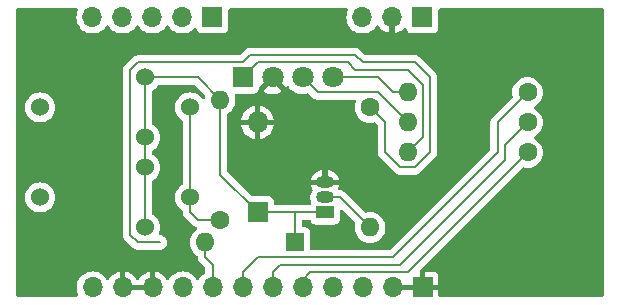
<source format=gbr>
%TF.GenerationSoftware,KiCad,Pcbnew,8.0.2*%
%TF.CreationDate,2024-06-05T00:37:09+02:00*%
%TF.ProjectId,tally_lanc,74616c6c-795f-46c6-916e-632e6b696361,rev?*%
%TF.SameCoordinates,Original*%
%TF.FileFunction,Copper,L2,Bot*%
%TF.FilePolarity,Positive*%
%FSLAX46Y46*%
G04 Gerber Fmt 4.6, Leading zero omitted, Abs format (unit mm)*
G04 Created by KiCad (PCBNEW 8.0.2) date 2024-06-05 00:37:09*
%MOMM*%
%LPD*%
G01*
G04 APERTURE LIST*
%TA.AperFunction,ComponentPad*%
%ADD10O,1.600000X1.600000*%
%TD*%
%TA.AperFunction,ComponentPad*%
%ADD11C,1.600000*%
%TD*%
%TA.AperFunction,ComponentPad*%
%ADD12R,1.500000X1.050000*%
%TD*%
%TA.AperFunction,ComponentPad*%
%ADD13O,1.500000X1.050000*%
%TD*%
%TA.AperFunction,ComponentPad*%
%ADD14C,1.524000*%
%TD*%
%TA.AperFunction,ComponentPad*%
%ADD15R,1.700000X1.700000*%
%TD*%
%TA.AperFunction,ComponentPad*%
%ADD16O,1.700000X1.700000*%
%TD*%
%TA.AperFunction,ComponentPad*%
%ADD17R,1.600000X1.600000*%
%TD*%
%TA.AperFunction,ComponentPad*%
%ADD18R,1.800000X1.800000*%
%TD*%
%TA.AperFunction,ComponentPad*%
%ADD19C,1.800000*%
%TD*%
%TA.AperFunction,ComponentPad*%
%ADD20O,1.800000X1.800000*%
%TD*%
%TA.AperFunction,Conductor*%
%ADD21C,0.200000*%
%TD*%
G04 APERTURE END LIST*
D10*
%TO.P,R3,2,-*%
%TO.N,Net-(D3-RA)*%
X102235000Y-90170000D03*
D11*
%TO.P,R3,1,+*%
%TO.N,/Rood*%
X112395000Y-90170000D03*
%TD*%
%TO.P,R2,1,+*%
%TO.N,/lanc_tx*%
X99060000Y-86360000D03*
D10*
%TO.P,R2,2,-*%
%TO.N,Net-(Q1-B)*%
X99060000Y-96520000D03*
%TD*%
D11*
%TO.P,R1,1,+*%
%TO.N,Net-(R1-+)*%
X86360000Y-95885000D03*
D10*
%TO.P,R1,2,-*%
%TO.N,Net-(D1-K)*%
X86360000Y-85725000D03*
%TD*%
D12*
%TO.P,Q1,1,C*%
%TO.N,Net-(D1-K)*%
X95250000Y-95250000D03*
D13*
%TO.P,Q1,2,B*%
%TO.N,Net-(Q1-B)*%
X95250000Y-93980000D03*
%TO.P,Q1,3,E*%
%TO.N,GND*%
X95250000Y-92710000D03*
%TD*%
D14*
%TO.P,J5,1*%
%TO.N,N/C*%
X71120000Y-93980000D03*
%TO.P,J5,2*%
X83820000Y-93980000D03*
%TO.P,J5,3*%
X80010000Y-96520000D03*
X80010000Y-91440000D03*
%TD*%
D15*
%TO.P,J2,1,Pin_1*%
%TO.N,unconnected-(J2-Pin_1-Pad1)*%
X103490000Y-78740000D03*
D16*
%TO.P,J2,2,Pin_2*%
%TO.N,GND*%
X100950000Y-78740000D03*
%TO.P,J2,3,Pin_3*%
%TO.N,unconnected-(J2-Pin_3-Pad3)*%
X98410000Y-78740000D03*
%TD*%
D15*
%TO.P,J1,1,Pin_1*%
%TO.N,unconnected-(J1-Pin_1-Pad1)*%
X85720000Y-78740000D03*
D16*
%TO.P,J1,2,Pin_2*%
%TO.N,unconnected-(J1-Pin_2-Pad2)*%
X83180000Y-78740000D03*
%TO.P,J1,3,Pin_3*%
%TO.N,unconnected-(J1-Pin_3-Pad3)*%
X80640000Y-78740000D03*
%TO.P,J1,4,Pin_4*%
%TO.N,unconnected-(J1-Pin_4-Pad4)*%
X78100000Y-78740000D03*
%TO.P,J1,5,Pin_5*%
%TO.N,unconnected-(J1-Pin_5-Pad5)*%
X75560000Y-78740000D03*
%TD*%
D17*
%TO.P,D2,1,K*%
%TO.N,Net-(D1-K)*%
X92710000Y-97790000D03*
D10*
%TO.P,D2,2,A*%
%TO.N,/lanc_rx*%
X85090000Y-97790000D03*
%TD*%
D18*
%TO.P,D3,1,RA*%
%TO.N,Net-(D3-RA)*%
X88265000Y-83820000D03*
D19*
%TO.P,D3,2,K*%
%TO.N,GND*%
X90805000Y-83820000D03*
%TO.P,D3,3,GA*%
%TO.N,Net-(D3-GA)*%
X93345000Y-83820000D03*
%TO.P,D3,4,BA*%
%TO.N,Net-(D3-BA)*%
X95885000Y-83820000D03*
%TD*%
D11*
%TO.P,R4,1,+*%
%TO.N,/Groen*%
X112395000Y-87630000D03*
D10*
%TO.P,R4,2,-*%
%TO.N,Net-(D3-GA)*%
X102235000Y-87630000D03*
%TD*%
D11*
%TO.P,R5,1,+*%
%TO.N,/Blauw*%
X112395000Y-85090000D03*
D10*
%TO.P,R5,2,-*%
%TO.N,Net-(D3-BA)*%
X102235000Y-85090000D03*
%TD*%
D18*
%TO.P,D1,1,K*%
%TO.N,Net-(D1-K)*%
X89535000Y-95250000D03*
D20*
%TO.P,D1,2,A*%
%TO.N,GND*%
X89535000Y-87630000D03*
%TD*%
D15*
%TO.P,J3,1,Pin_1*%
%TO.N,GND*%
X103505000Y-101600000D03*
D16*
%TO.P,J3,2,Pin_2*%
X100965000Y-101600000D03*
%TO.P,J3,3,Pin_3*%
%TO.N,unconnected-(J3-Pin_3-Pad3)*%
X98425000Y-101600000D03*
%TO.P,J3,4,Pin_4*%
%TO.N,unconnected-(J3-Pin_4-Pad4)*%
X95885000Y-101600000D03*
%TO.P,J3,5,Pin_5*%
%TO.N,/Rood*%
X93345000Y-101600000D03*
%TO.P,J3,6,Pin_6*%
%TO.N,/Groen*%
X90805000Y-101600000D03*
%TO.P,J3,7,Pin_7*%
%TO.N,/Blauw*%
X88265000Y-101600000D03*
%TO.P,J3,8,Pin_8*%
%TO.N,/lanc_rx*%
X85725000Y-101600000D03*
%TO.P,J3,9,Pin_9*%
%TO.N,/lanc_tx*%
X83185000Y-101600000D03*
%TO.P,J3,10,Pin_10*%
%TO.N,GND*%
X80645000Y-101600000D03*
%TO.P,J3,11,Pin_11*%
X78105000Y-101600000D03*
%TO.P,J3,12,Pin_12*%
%TO.N,unconnected-(J3-Pin_12-Pad12)*%
X75565000Y-101600000D03*
%TD*%
D14*
%TO.P,J4,1*%
%TO.N,N/C*%
X71120000Y-86360000D03*
%TO.P,J4,2*%
X83820000Y-86360000D03*
%TO.P,J4,3*%
X80010000Y-88900000D03*
X80010000Y-83820000D03*
%TD*%
D21*
%TO.N,/Blauw*%
X109855000Y-87630000D02*
X112395000Y-85090000D01*
X109855000Y-90170000D02*
X109855000Y-87630000D01*
X100965000Y-99060000D02*
X109855000Y-90170000D01*
X89535000Y-99060000D02*
X100965000Y-99060000D01*
X88265000Y-101600000D02*
X88265000Y-100330000D01*
X88265000Y-100330000D02*
X89535000Y-99060000D01*
%TO.N,/Groen*%
X110490000Y-90805000D02*
X110490000Y-89535000D01*
X91440000Y-99695000D02*
X101600000Y-99695000D01*
X90805000Y-100330000D02*
X91440000Y-99695000D01*
X90805000Y-101600000D02*
X90805000Y-100330000D01*
X101600000Y-99695000D02*
X110490000Y-90805000D01*
X110490000Y-89535000D02*
X112395000Y-87630000D01*
%TO.N,/Rood*%
X102235000Y-100330000D02*
X112395000Y-90170000D01*
X93980000Y-100330000D02*
X102235000Y-100330000D01*
X93345000Y-100965000D02*
X93980000Y-100330000D01*
X93345000Y-101600000D02*
X93345000Y-100965000D01*
%TO.N,Net-(D3-RA)*%
X103505000Y-84455000D02*
X103505000Y-88900000D01*
X103505000Y-88900000D02*
X102235000Y-90170000D01*
X89535000Y-82550000D02*
X97155000Y-82550000D01*
X97155000Y-82550000D02*
X97790000Y-83185000D01*
X88265000Y-83820000D02*
X89535000Y-82550000D01*
X97790000Y-83185000D02*
X102235000Y-83185000D01*
X102235000Y-83185000D02*
X103505000Y-84455000D01*
%TO.N,Net-(D3-BA)*%
X100965000Y-85090000D02*
X102235000Y-85090000D01*
X99695000Y-83820000D02*
X100965000Y-85090000D01*
X95885000Y-83820000D02*
X99695000Y-83820000D01*
%TO.N,Net-(D3-GA)*%
X94615000Y-85090000D02*
X93345000Y-83820000D01*
X99695000Y-85090000D02*
X94615000Y-85090000D01*
X102235000Y-87630000D02*
X99695000Y-85090000D01*
%TO.N,/lanc_rx*%
X85725000Y-99695000D02*
X85090000Y-99060000D01*
X85725000Y-101600000D02*
X85725000Y-99695000D01*
%TO.N,/lanc_tx*%
X100330000Y-87630000D02*
X99060000Y-86360000D01*
X101600000Y-91440000D02*
X100330000Y-90170000D01*
X100330000Y-90170000D02*
X100330000Y-87630000D01*
X102870000Y-91440000D02*
X101600000Y-91440000D01*
X104140000Y-90170000D02*
X102870000Y-91440000D01*
X104140000Y-83820000D02*
X104140000Y-90170000D01*
X102870000Y-82550000D02*
X104140000Y-83820000D01*
X97790000Y-81915000D02*
X98425000Y-82550000D01*
X98425000Y-82550000D02*
X102870000Y-82550000D01*
X88265000Y-82550000D02*
X88900000Y-81915000D01*
X79375000Y-82550000D02*
X88265000Y-82550000D01*
X78740000Y-83185000D02*
X79375000Y-82550000D01*
X79375000Y-97790000D02*
X78740000Y-97155000D01*
X88900000Y-81915000D02*
X97790000Y-81915000D01*
X81280000Y-97790000D02*
X79375000Y-97790000D01*
X78740000Y-97155000D02*
X78740000Y-83185000D01*
%TO.N,/lanc_rx*%
X85090000Y-99060000D02*
X85090000Y-97790000D01*
%TO.N,Net-(D1-K)*%
X89535000Y-95250000D02*
X95250000Y-95250000D01*
X86360000Y-92075000D02*
X89535000Y-95250000D01*
X86360000Y-85725000D02*
X86360000Y-92075000D01*
X95250000Y-95250000D02*
X92710000Y-95250000D01*
X92710000Y-97790000D02*
X92710000Y-95250000D01*
X84455000Y-83820000D02*
X83820000Y-83820000D01*
X86360000Y-85725000D02*
X84455000Y-83820000D01*
X80010000Y-83820000D02*
X83820000Y-83820000D01*
%TO.N,Net-(R1-+)*%
X84455000Y-95885000D02*
X86360000Y-95885000D01*
X83820000Y-95250000D02*
X84455000Y-95885000D01*
X83820000Y-95250000D02*
X83820000Y-93980000D01*
X83820000Y-93345000D02*
X83820000Y-95250000D01*
X83820000Y-93980000D02*
X83820000Y-93345000D01*
X86360000Y-95885000D02*
X86360000Y-96520000D01*
%TO.N,Net-(D1-K)*%
X92075000Y-98425000D02*
X93345000Y-98425000D01*
%TO.N,Net-(R1-+)*%
X83820000Y-93980000D02*
X83820000Y-86360000D01*
%TO.N,Net-(Q1-B)*%
X96520000Y-93980000D02*
X99060000Y-96520000D01*
X95250000Y-93980000D02*
X96520000Y-93980000D01*
%TO.N,Net-(D1-K)*%
X80010000Y-91440000D02*
X80010000Y-96520000D01*
X80010000Y-88900000D02*
X80010000Y-91440000D01*
X80010000Y-83820000D02*
X80010000Y-88900000D01*
%TD*%
%TA.AperFunction,Conductor*%
%TO.N,GND*%
G36*
X74301110Y-77990185D02*
G01*
X74346865Y-78042989D01*
X74356809Y-78112147D01*
X74346453Y-78146905D01*
X74286097Y-78276335D01*
X74286094Y-78276344D01*
X74224938Y-78504586D01*
X74224936Y-78504596D01*
X74204341Y-78739999D01*
X74204341Y-78740000D01*
X74224936Y-78975403D01*
X74224938Y-78975413D01*
X74286094Y-79203655D01*
X74286096Y-79203659D01*
X74286097Y-79203663D01*
X74366004Y-79375023D01*
X74385965Y-79417830D01*
X74385967Y-79417834D01*
X74494281Y-79572521D01*
X74521505Y-79611401D01*
X74688599Y-79778495D01*
X74785384Y-79846265D01*
X74882165Y-79914032D01*
X74882167Y-79914033D01*
X74882170Y-79914035D01*
X75096337Y-80013903D01*
X75324592Y-80075063D01*
X75501034Y-80090500D01*
X75559999Y-80095659D01*
X75560000Y-80095659D01*
X75560001Y-80095659D01*
X75618966Y-80090500D01*
X75795408Y-80075063D01*
X76023663Y-80013903D01*
X76237830Y-79914035D01*
X76431401Y-79778495D01*
X76598495Y-79611401D01*
X76728425Y-79425842D01*
X76783002Y-79382217D01*
X76852500Y-79375023D01*
X76914855Y-79406546D01*
X76931575Y-79425842D01*
X77061500Y-79611395D01*
X77061505Y-79611401D01*
X77228599Y-79778495D01*
X77325384Y-79846265D01*
X77422165Y-79914032D01*
X77422167Y-79914033D01*
X77422170Y-79914035D01*
X77636337Y-80013903D01*
X77864592Y-80075063D01*
X78041034Y-80090500D01*
X78099999Y-80095659D01*
X78100000Y-80095659D01*
X78100001Y-80095659D01*
X78158966Y-80090500D01*
X78335408Y-80075063D01*
X78563663Y-80013903D01*
X78777830Y-79914035D01*
X78971401Y-79778495D01*
X79138495Y-79611401D01*
X79268425Y-79425842D01*
X79323002Y-79382217D01*
X79392500Y-79375023D01*
X79454855Y-79406546D01*
X79471575Y-79425842D01*
X79601500Y-79611395D01*
X79601505Y-79611401D01*
X79768599Y-79778495D01*
X79865384Y-79846265D01*
X79962165Y-79914032D01*
X79962167Y-79914033D01*
X79962170Y-79914035D01*
X80176337Y-80013903D01*
X80404592Y-80075063D01*
X80581034Y-80090500D01*
X80639999Y-80095659D01*
X80640000Y-80095659D01*
X80640001Y-80095659D01*
X80698966Y-80090500D01*
X80875408Y-80075063D01*
X81103663Y-80013903D01*
X81317830Y-79914035D01*
X81511401Y-79778495D01*
X81678495Y-79611401D01*
X81808425Y-79425842D01*
X81863002Y-79382217D01*
X81932500Y-79375023D01*
X81994855Y-79406546D01*
X82011575Y-79425842D01*
X82141500Y-79611395D01*
X82141505Y-79611401D01*
X82308599Y-79778495D01*
X82405384Y-79846265D01*
X82502165Y-79914032D01*
X82502167Y-79914033D01*
X82502170Y-79914035D01*
X82716337Y-80013903D01*
X82944592Y-80075063D01*
X83121034Y-80090500D01*
X83179999Y-80095659D01*
X83180000Y-80095659D01*
X83180001Y-80095659D01*
X83238966Y-80090500D01*
X83415408Y-80075063D01*
X83643663Y-80013903D01*
X83857830Y-79914035D01*
X84051401Y-79778495D01*
X84173329Y-79656566D01*
X84234648Y-79623084D01*
X84304340Y-79628068D01*
X84360274Y-79669939D01*
X84377189Y-79700917D01*
X84426202Y-79832328D01*
X84426206Y-79832335D01*
X84512452Y-79947544D01*
X84512455Y-79947547D01*
X84627664Y-80033793D01*
X84627671Y-80033797D01*
X84762517Y-80084091D01*
X84762516Y-80084091D01*
X84769444Y-80084835D01*
X84822127Y-80090500D01*
X86617872Y-80090499D01*
X86677483Y-80084091D01*
X86812331Y-80033796D01*
X86927546Y-79947546D01*
X87013796Y-79832331D01*
X87064091Y-79697483D01*
X87070500Y-79637873D01*
X87070499Y-78094499D01*
X87090184Y-78027461D01*
X87142987Y-77981706D01*
X87194499Y-77970500D01*
X97084071Y-77970500D01*
X97151110Y-77990185D01*
X97196865Y-78042989D01*
X97206809Y-78112147D01*
X97196453Y-78146905D01*
X97136097Y-78276335D01*
X97136094Y-78276344D01*
X97074938Y-78504586D01*
X97074936Y-78504596D01*
X97054341Y-78739999D01*
X97054341Y-78740000D01*
X97074936Y-78975403D01*
X97074938Y-78975413D01*
X97136094Y-79203655D01*
X97136096Y-79203659D01*
X97136097Y-79203663D01*
X97216004Y-79375023D01*
X97235965Y-79417830D01*
X97235967Y-79417834D01*
X97344281Y-79572521D01*
X97371505Y-79611401D01*
X97538599Y-79778495D01*
X97635384Y-79846265D01*
X97732165Y-79914032D01*
X97732167Y-79914033D01*
X97732170Y-79914035D01*
X97946337Y-80013903D01*
X98174592Y-80075063D01*
X98351034Y-80090500D01*
X98409999Y-80095659D01*
X98410000Y-80095659D01*
X98410001Y-80095659D01*
X98468966Y-80090500D01*
X98645408Y-80075063D01*
X98873663Y-80013903D01*
X99087830Y-79914035D01*
X99281401Y-79778495D01*
X99448495Y-79611401D01*
X99578730Y-79425405D01*
X99633307Y-79381781D01*
X99702805Y-79374587D01*
X99765160Y-79406110D01*
X99781879Y-79425405D01*
X99911890Y-79611078D01*
X100078917Y-79778105D01*
X100272421Y-79913600D01*
X100486507Y-80013429D01*
X100486516Y-80013433D01*
X100700000Y-80070634D01*
X100700000Y-79173012D01*
X100757007Y-79205925D01*
X100884174Y-79240000D01*
X101015826Y-79240000D01*
X101142993Y-79205925D01*
X101200000Y-79173012D01*
X101200000Y-80070633D01*
X101413483Y-80013433D01*
X101413492Y-80013429D01*
X101627578Y-79913600D01*
X101821078Y-79778108D01*
X101943133Y-79656053D01*
X102004456Y-79622568D01*
X102074148Y-79627552D01*
X102130082Y-79669423D01*
X102146997Y-79700401D01*
X102196202Y-79832328D01*
X102196206Y-79832335D01*
X102282452Y-79947544D01*
X102282455Y-79947547D01*
X102397664Y-80033793D01*
X102397671Y-80033797D01*
X102532517Y-80084091D01*
X102532516Y-80084091D01*
X102539444Y-80084835D01*
X102592127Y-80090500D01*
X104387872Y-80090499D01*
X104447483Y-80084091D01*
X104582331Y-80033796D01*
X104697546Y-79947546D01*
X104783796Y-79832331D01*
X104834091Y-79697483D01*
X104840500Y-79637873D01*
X104840499Y-78094499D01*
X104860184Y-78027461D01*
X104912987Y-77981706D01*
X104964499Y-77970500D01*
X118755500Y-77970500D01*
X118822539Y-77990185D01*
X118868294Y-78042989D01*
X118879500Y-78094500D01*
X118879500Y-102245500D01*
X118859815Y-102312539D01*
X118807011Y-102358294D01*
X118755500Y-102369500D01*
X104979000Y-102369500D01*
X104911961Y-102349815D01*
X104866206Y-102297011D01*
X104855000Y-102245500D01*
X104855000Y-101850000D01*
X103938012Y-101850000D01*
X103970925Y-101792993D01*
X104005000Y-101665826D01*
X104005000Y-101534174D01*
X103970925Y-101407007D01*
X103938012Y-101350000D01*
X104855000Y-101350000D01*
X104855000Y-100702172D01*
X104854999Y-100702155D01*
X104848598Y-100642627D01*
X104848596Y-100642620D01*
X104798354Y-100507913D01*
X104798350Y-100507906D01*
X104712190Y-100392812D01*
X104712187Y-100392809D01*
X104597093Y-100306649D01*
X104597086Y-100306645D01*
X104462379Y-100256403D01*
X104462372Y-100256401D01*
X104402844Y-100250000D01*
X103755000Y-100250000D01*
X103755000Y-101166988D01*
X103697993Y-101134075D01*
X103570826Y-101100000D01*
X103439174Y-101100000D01*
X103312007Y-101134075D01*
X103255000Y-101166988D01*
X103255000Y-100210596D01*
X103274685Y-100143557D01*
X103291319Y-100122915D01*
X107340732Y-96073502D01*
X111952295Y-91461939D01*
X112013616Y-91428456D01*
X112072067Y-91429846D01*
X112168308Y-91455635D01*
X112330230Y-91469801D01*
X112394998Y-91475468D01*
X112395000Y-91475468D01*
X112395002Y-91475468D01*
X112451673Y-91470509D01*
X112621692Y-91455635D01*
X112841496Y-91396739D01*
X113047734Y-91300568D01*
X113234139Y-91170047D01*
X113395047Y-91009139D01*
X113525568Y-90822734D01*
X113621739Y-90616496D01*
X113680635Y-90396692D01*
X113700468Y-90170000D01*
X113680635Y-89943308D01*
X113621739Y-89723504D01*
X113525568Y-89517266D01*
X113395047Y-89330861D01*
X113395045Y-89330858D01*
X113234141Y-89169954D01*
X113047734Y-89039432D01*
X113047728Y-89039429D01*
X112989725Y-89012382D01*
X112937285Y-88966210D01*
X112918133Y-88899017D01*
X112938348Y-88832135D01*
X112989725Y-88787618D01*
X113047734Y-88760568D01*
X113234139Y-88630047D01*
X113395047Y-88469139D01*
X113525568Y-88282734D01*
X113621739Y-88076496D01*
X113680635Y-87856692D01*
X113700468Y-87630000D01*
X113680635Y-87403308D01*
X113621739Y-87183504D01*
X113525568Y-86977266D01*
X113395047Y-86790861D01*
X113395045Y-86790858D01*
X113234141Y-86629954D01*
X113047734Y-86499432D01*
X113047728Y-86499429D01*
X112989725Y-86472382D01*
X112937285Y-86426210D01*
X112918133Y-86359017D01*
X112938348Y-86292135D01*
X112989725Y-86247618D01*
X113047734Y-86220568D01*
X113234139Y-86090047D01*
X113395047Y-85929139D01*
X113525568Y-85742734D01*
X113621739Y-85536496D01*
X113680635Y-85316692D01*
X113700468Y-85090000D01*
X113699378Y-85077546D01*
X113684171Y-84903729D01*
X113680635Y-84863308D01*
X113621739Y-84643504D01*
X113525568Y-84437266D01*
X113395047Y-84250861D01*
X113395045Y-84250858D01*
X113234141Y-84089954D01*
X113047734Y-83959432D01*
X113047732Y-83959431D01*
X112841497Y-83863261D01*
X112841488Y-83863258D01*
X112621697Y-83804366D01*
X112621693Y-83804365D01*
X112621692Y-83804365D01*
X112621691Y-83804364D01*
X112621686Y-83804364D01*
X112395002Y-83784532D01*
X112394998Y-83784532D01*
X112168313Y-83804364D01*
X112168302Y-83804366D01*
X111948511Y-83863258D01*
X111948502Y-83863261D01*
X111742267Y-83959431D01*
X111742265Y-83959432D01*
X111555858Y-84089954D01*
X111394954Y-84250858D01*
X111264432Y-84437265D01*
X111264431Y-84437267D01*
X111168261Y-84643502D01*
X111168258Y-84643511D01*
X111109366Y-84863302D01*
X111109364Y-84863313D01*
X111089532Y-85089998D01*
X111089532Y-85090001D01*
X111109364Y-85316686D01*
X111109366Y-85316697D01*
X111135152Y-85412931D01*
X111133489Y-85482781D01*
X111103058Y-85532705D01*
X109486286Y-87149478D01*
X109374481Y-87261282D01*
X109374475Y-87261290D01*
X109334330Y-87330825D01*
X109334330Y-87330826D01*
X109295423Y-87398215D01*
X109254499Y-87550943D01*
X109254499Y-87550945D01*
X109254499Y-87719046D01*
X109254500Y-87719059D01*
X109254500Y-89869902D01*
X109234815Y-89936941D01*
X109218181Y-89957583D01*
X100752584Y-98423181D01*
X100691261Y-98456666D01*
X100664903Y-98459500D01*
X94134500Y-98459500D01*
X94067461Y-98439815D01*
X94021706Y-98387011D01*
X94010500Y-98335500D01*
X94010499Y-96942129D01*
X94010498Y-96942123D01*
X94010497Y-96942116D01*
X94004091Y-96882517D01*
X93969567Y-96789954D01*
X93953797Y-96747671D01*
X93953793Y-96747664D01*
X93867547Y-96632455D01*
X93867544Y-96632452D01*
X93752335Y-96546206D01*
X93752328Y-96546202D01*
X93617482Y-96495908D01*
X93617483Y-96495908D01*
X93557883Y-96489501D01*
X93557881Y-96489500D01*
X93557873Y-96489500D01*
X93557865Y-96489500D01*
X93434500Y-96489500D01*
X93367461Y-96469815D01*
X93321706Y-96417011D01*
X93310500Y-96365500D01*
X93310500Y-95974500D01*
X93330185Y-95907461D01*
X93382989Y-95861706D01*
X93434500Y-95850500D01*
X93907885Y-95850500D01*
X93974924Y-95870185D01*
X94020679Y-95922989D01*
X94024067Y-95931167D01*
X94056202Y-96017328D01*
X94056206Y-96017335D01*
X94142452Y-96132544D01*
X94142455Y-96132547D01*
X94257664Y-96218793D01*
X94257671Y-96218797D01*
X94392517Y-96269091D01*
X94392516Y-96269091D01*
X94399444Y-96269835D01*
X94452127Y-96275500D01*
X96047872Y-96275499D01*
X96107483Y-96269091D01*
X96242331Y-96218796D01*
X96357546Y-96132546D01*
X96443796Y-96017331D01*
X96494091Y-95882483D01*
X96500500Y-95822873D01*
X96500499Y-95109094D01*
X96520183Y-95042057D01*
X96572987Y-94996302D01*
X96642146Y-94986358D01*
X96705702Y-95015383D01*
X96712180Y-95021415D01*
X97768058Y-96077293D01*
X97801543Y-96138616D01*
X97800152Y-96197067D01*
X97774366Y-96293302D01*
X97774364Y-96293313D01*
X97754532Y-96519998D01*
X97754532Y-96520001D01*
X97774364Y-96746686D01*
X97774366Y-96746697D01*
X97833258Y-96966488D01*
X97833261Y-96966497D01*
X97929431Y-97172732D01*
X97929432Y-97172734D01*
X98059954Y-97359141D01*
X98220858Y-97520045D01*
X98220861Y-97520047D01*
X98407266Y-97650568D01*
X98613504Y-97746739D01*
X98833308Y-97805635D01*
X98995230Y-97819801D01*
X99059998Y-97825468D01*
X99060000Y-97825468D01*
X99060002Y-97825468D01*
X99116673Y-97820509D01*
X99286692Y-97805635D01*
X99506496Y-97746739D01*
X99712734Y-97650568D01*
X99899139Y-97520047D01*
X100060047Y-97359139D01*
X100190568Y-97172734D01*
X100286739Y-96966496D01*
X100345635Y-96746692D01*
X100363176Y-96546202D01*
X100365468Y-96520001D01*
X100365468Y-96519998D01*
X100351953Y-96365524D01*
X100345635Y-96293308D01*
X100286739Y-96073504D01*
X100190568Y-95867266D01*
X100060047Y-95680861D01*
X100060045Y-95680858D01*
X99899141Y-95519954D01*
X99712734Y-95389432D01*
X99712732Y-95389431D01*
X99506497Y-95293261D01*
X99506488Y-95293258D01*
X99286697Y-95234366D01*
X99286693Y-95234365D01*
X99286692Y-95234365D01*
X99286691Y-95234364D01*
X99286686Y-95234364D01*
X99060002Y-95214532D01*
X99059998Y-95214532D01*
X98833313Y-95234364D01*
X98833302Y-95234366D01*
X98737067Y-95260152D01*
X98667217Y-95258489D01*
X98617293Y-95228058D01*
X97007590Y-93618355D01*
X97007588Y-93618352D01*
X96888717Y-93499481D01*
X96888716Y-93499480D01*
X96801904Y-93449360D01*
X96801904Y-93449359D01*
X96801900Y-93449358D01*
X96751785Y-93420423D01*
X96599057Y-93379499D01*
X96491887Y-93379499D01*
X96424848Y-93359814D01*
X96379093Y-93307010D01*
X96369149Y-93237852D01*
X96381162Y-93201211D01*
X96381013Y-93201149D01*
X96381828Y-93199179D01*
X96382528Y-93197047D01*
X96383345Y-93195516D01*
X96460609Y-93008983D01*
X96460612Y-93008974D01*
X96470353Y-92960000D01*
X95615866Y-92960000D01*
X95591674Y-92957617D01*
X95576004Y-92954500D01*
X95576003Y-92954500D01*
X95535830Y-92954500D01*
X95550075Y-92940255D01*
X95599444Y-92854745D01*
X95625000Y-92759370D01*
X95625000Y-92660630D01*
X95599444Y-92565255D01*
X95550075Y-92479745D01*
X95530330Y-92460000D01*
X96470353Y-92460000D01*
X96460612Y-92411025D01*
X96460609Y-92411016D01*
X96383347Y-92224486D01*
X96383340Y-92224473D01*
X96271170Y-92056600D01*
X96271167Y-92056596D01*
X96128403Y-91913832D01*
X96128399Y-91913829D01*
X95960526Y-91801659D01*
X95960513Y-91801652D01*
X95773983Y-91724390D01*
X95773974Y-91724387D01*
X95575958Y-91685000D01*
X95500000Y-91685000D01*
X95500000Y-92429670D01*
X95480255Y-92409925D01*
X95394745Y-92360556D01*
X95299370Y-92335000D01*
X95200630Y-92335000D01*
X95105255Y-92360556D01*
X95019745Y-92409925D01*
X95000000Y-92429670D01*
X95000000Y-91685000D01*
X94924041Y-91685000D01*
X94726025Y-91724387D01*
X94726016Y-91724390D01*
X94539486Y-91801652D01*
X94539473Y-91801659D01*
X94371600Y-91913829D01*
X94371596Y-91913832D01*
X94228832Y-92056596D01*
X94228829Y-92056600D01*
X94116659Y-92224473D01*
X94116652Y-92224486D01*
X94039390Y-92411016D01*
X94039387Y-92411025D01*
X94029647Y-92460000D01*
X94969670Y-92460000D01*
X94949925Y-92479745D01*
X94900556Y-92565255D01*
X94875000Y-92660630D01*
X94875000Y-92759370D01*
X94900556Y-92854745D01*
X94949925Y-92940255D01*
X94964170Y-92954500D01*
X94923997Y-92954500D01*
X94923996Y-92954500D01*
X94908326Y-92957617D01*
X94884134Y-92960000D01*
X94029647Y-92960000D01*
X94039387Y-93008974D01*
X94039390Y-93008983D01*
X94116652Y-93195513D01*
X94116659Y-93195526D01*
X94170203Y-93275659D01*
X94191081Y-93342336D01*
X94172597Y-93409716D01*
X94170204Y-93413439D01*
X94116214Y-93494243D01*
X94038909Y-93680872D01*
X94038907Y-93680880D01*
X93999500Y-93878992D01*
X93999500Y-94081007D01*
X94038907Y-94279119D01*
X94038909Y-94279127D01*
X94072325Y-94359800D01*
X94079794Y-94429270D01*
X94060038Y-94474660D01*
X94060454Y-94474887D01*
X94057919Y-94479528D01*
X94057037Y-94481556D01*
X94056206Y-94482665D01*
X94056202Y-94482672D01*
X94024067Y-94568833D01*
X93982196Y-94624767D01*
X93916732Y-94649184D01*
X93907885Y-94649500D01*
X91059499Y-94649500D01*
X90992460Y-94629815D01*
X90946705Y-94577011D01*
X90935499Y-94525500D01*
X90935499Y-94302129D01*
X90935498Y-94302123D01*
X90933025Y-94279119D01*
X90929091Y-94242517D01*
X90913259Y-94200070D01*
X90878797Y-94107671D01*
X90878793Y-94107664D01*
X90792547Y-93992455D01*
X90792544Y-93992452D01*
X90677335Y-93906206D01*
X90677328Y-93906202D01*
X90542482Y-93855908D01*
X90542483Y-93855908D01*
X90482883Y-93849501D01*
X90482881Y-93849500D01*
X90482873Y-93849500D01*
X90482865Y-93849500D01*
X89035097Y-93849500D01*
X88968058Y-93829815D01*
X88947416Y-93813181D01*
X86996819Y-91862584D01*
X86963334Y-91801261D01*
X86960500Y-91774903D01*
X86960500Y-87380000D01*
X88154117Y-87380000D01*
X89159722Y-87380000D01*
X89115667Y-87456306D01*
X89085000Y-87570756D01*
X89085000Y-87689244D01*
X89115667Y-87803694D01*
X89159722Y-87880000D01*
X88154117Y-87880000D01*
X88206317Y-88086135D01*
X88299516Y-88298609D01*
X88426414Y-88492842D01*
X88583558Y-88663545D01*
X88583562Y-88663548D01*
X88766644Y-88806047D01*
X88766648Y-88806050D01*
X88970697Y-88916476D01*
X88970706Y-88916479D01*
X89190139Y-88991811D01*
X89284999Y-89007640D01*
X89285000Y-89007639D01*
X89285000Y-88005277D01*
X89361306Y-88049333D01*
X89475756Y-88080000D01*
X89594244Y-88080000D01*
X89708694Y-88049333D01*
X89785000Y-88005277D01*
X89785000Y-89007640D01*
X89879860Y-88991811D01*
X90099293Y-88916479D01*
X90099302Y-88916476D01*
X90303351Y-88806050D01*
X90303355Y-88806047D01*
X90486437Y-88663548D01*
X90486441Y-88663545D01*
X90643585Y-88492842D01*
X90770483Y-88298609D01*
X90863682Y-88086135D01*
X90915883Y-87880000D01*
X89910278Y-87880000D01*
X89954333Y-87803694D01*
X89985000Y-87689244D01*
X89985000Y-87570756D01*
X89954333Y-87456306D01*
X89910278Y-87380000D01*
X90915883Y-87380000D01*
X90863682Y-87173864D01*
X90770483Y-86961390D01*
X90643585Y-86767157D01*
X90486441Y-86596454D01*
X90486437Y-86596451D01*
X90303355Y-86453952D01*
X90303351Y-86453949D01*
X90099302Y-86343523D01*
X90099293Y-86343520D01*
X89879861Y-86268188D01*
X89785000Y-86252359D01*
X89785000Y-87254722D01*
X89708694Y-87210667D01*
X89594244Y-87180000D01*
X89475756Y-87180000D01*
X89361306Y-87210667D01*
X89285000Y-87254722D01*
X89285000Y-86252359D01*
X89284999Y-86252359D01*
X89190138Y-86268188D01*
X88970706Y-86343520D01*
X88970697Y-86343523D01*
X88766648Y-86453949D01*
X88766644Y-86453952D01*
X88583562Y-86596451D01*
X88583558Y-86596454D01*
X88426414Y-86767157D01*
X88299516Y-86961390D01*
X88206317Y-87173864D01*
X88154117Y-87380000D01*
X86960500Y-87380000D01*
X86960500Y-86956692D01*
X86980185Y-86889653D01*
X87013374Y-86855119D01*
X87199139Y-86725047D01*
X87360047Y-86564139D01*
X87490568Y-86377734D01*
X87586739Y-86171496D01*
X87645635Y-85951692D01*
X87662634Y-85757384D01*
X87665468Y-85725001D01*
X87665468Y-85724998D01*
X87656338Y-85620641D01*
X87645635Y-85498308D01*
X87631842Y-85446833D01*
X87613022Y-85376592D01*
X87614685Y-85306742D01*
X87653848Y-85248880D01*
X87718077Y-85221376D01*
X87732797Y-85220499D01*
X89212871Y-85220499D01*
X89212872Y-85220499D01*
X89272483Y-85214091D01*
X89407331Y-85163796D01*
X89522546Y-85077546D01*
X89608796Y-84962331D01*
X89659091Y-84827483D01*
X89665500Y-84767873D01*
X89665499Y-84657304D01*
X89685183Y-84590268D01*
X89701818Y-84569626D01*
X90362861Y-83908583D01*
X90385667Y-83993694D01*
X90444910Y-84096306D01*
X90528694Y-84180090D01*
X90631306Y-84239333D01*
X90716414Y-84262138D01*
X90006201Y-84972351D01*
X90036649Y-84996050D01*
X90240697Y-85106476D01*
X90240706Y-85106479D01*
X90460139Y-85181811D01*
X90688993Y-85220000D01*
X90921007Y-85220000D01*
X91149860Y-85181811D01*
X91369293Y-85106479D01*
X91369301Y-85106476D01*
X91573355Y-84996047D01*
X91603797Y-84972351D01*
X91603798Y-84972350D01*
X90893585Y-84262137D01*
X90978694Y-84239333D01*
X91081306Y-84180090D01*
X91165090Y-84096306D01*
X91224333Y-83993694D01*
X91247138Y-83908585D01*
X91956185Y-84617632D01*
X91970891Y-84595125D01*
X92024037Y-84549768D01*
X92093268Y-84540344D01*
X92156604Y-84569846D01*
X92178509Y-84595124D01*
X92219135Y-84657308D01*
X92236021Y-84683153D01*
X92393216Y-84853913D01*
X92393219Y-84853915D01*
X92393222Y-84853918D01*
X92576365Y-84996464D01*
X92576371Y-84996468D01*
X92576374Y-84996470D01*
X92592698Y-85005304D01*
X92779652Y-85106479D01*
X92780497Y-85106936D01*
X92894487Y-85146068D01*
X93000015Y-85182297D01*
X93000017Y-85182297D01*
X93000019Y-85182298D01*
X93228951Y-85220500D01*
X93228952Y-85220500D01*
X93461048Y-85220500D01*
X93461049Y-85220500D01*
X93689981Y-85182298D01*
X93741897Y-85164474D01*
X93811693Y-85161324D01*
X93869840Y-85194075D01*
X94130139Y-85454374D01*
X94130149Y-85454385D01*
X94134479Y-85458715D01*
X94134480Y-85458716D01*
X94246284Y-85570520D01*
X94333095Y-85620639D01*
X94333097Y-85620641D01*
X94360032Y-85636192D01*
X94383215Y-85649577D01*
X94535942Y-85690500D01*
X94535943Y-85690500D01*
X97742609Y-85690500D01*
X97809648Y-85710185D01*
X97855403Y-85762989D01*
X97865347Y-85832147D01*
X97854991Y-85866905D01*
X97833261Y-85913502D01*
X97833258Y-85913511D01*
X97774366Y-86133302D01*
X97774364Y-86133313D01*
X97754532Y-86359998D01*
X97754532Y-86360001D01*
X97774364Y-86586686D01*
X97774366Y-86586697D01*
X97833258Y-86806488D01*
X97833261Y-86806497D01*
X97929431Y-87012732D01*
X97929432Y-87012734D01*
X98059954Y-87199141D01*
X98220858Y-87360045D01*
X98220861Y-87360047D01*
X98407266Y-87490568D01*
X98613504Y-87586739D01*
X98833308Y-87645635D01*
X98995230Y-87659801D01*
X99059998Y-87665468D01*
X99060000Y-87665468D01*
X99060002Y-87665468D01*
X99116673Y-87660509D01*
X99286692Y-87645635D01*
X99382932Y-87619847D01*
X99452781Y-87621510D01*
X99502706Y-87651941D01*
X99693181Y-87842416D01*
X99726666Y-87903739D01*
X99729500Y-87930097D01*
X99729500Y-90083330D01*
X99729499Y-90083348D01*
X99729499Y-90249054D01*
X99729498Y-90249054D01*
X99770424Y-90401789D01*
X99770425Y-90401790D01*
X99790340Y-90436283D01*
X99790341Y-90436284D01*
X99849477Y-90538712D01*
X99849481Y-90538717D01*
X99968349Y-90657585D01*
X99968355Y-90657590D01*
X101115139Y-91804374D01*
X101115149Y-91804385D01*
X101119479Y-91808715D01*
X101119480Y-91808716D01*
X101231284Y-91920520D01*
X101318095Y-91970639D01*
X101318097Y-91970641D01*
X101361914Y-91995939D01*
X101368215Y-91999577D01*
X101520942Y-92040500D01*
X101520943Y-92040500D01*
X102783331Y-92040500D01*
X102783347Y-92040501D01*
X102790943Y-92040501D01*
X102949054Y-92040501D01*
X102949057Y-92040501D01*
X103101785Y-91999577D01*
X103151904Y-91970639D01*
X103238716Y-91920520D01*
X103350520Y-91808716D01*
X103350520Y-91808714D01*
X103360728Y-91798507D01*
X103360730Y-91798504D01*
X104498506Y-90660728D01*
X104498511Y-90660724D01*
X104508714Y-90650520D01*
X104508716Y-90650520D01*
X104620520Y-90538716D01*
X104679659Y-90436284D01*
X104699577Y-90401785D01*
X104740500Y-90249058D01*
X104740500Y-90090943D01*
X104740500Y-90090942D01*
X104740500Y-83740943D01*
X104720291Y-83665519D01*
X104699577Y-83588215D01*
X104670639Y-83538095D01*
X104620520Y-83451284D01*
X104508716Y-83339480D01*
X104508715Y-83339479D01*
X104504385Y-83335149D01*
X104504374Y-83335139D01*
X103357590Y-82188355D01*
X103357588Y-82188352D01*
X103238717Y-82069481D01*
X103238716Y-82069480D01*
X103151904Y-82019360D01*
X103151904Y-82019359D01*
X103151900Y-82019358D01*
X103101785Y-81990423D01*
X102949057Y-81949499D01*
X102790943Y-81949499D01*
X102783347Y-81949499D01*
X102783331Y-81949500D01*
X98725098Y-81949500D01*
X98658059Y-81929815D01*
X98637417Y-81913181D01*
X98277590Y-81553355D01*
X98277588Y-81553352D01*
X98158717Y-81434481D01*
X98158716Y-81434480D01*
X98071904Y-81384360D01*
X98071904Y-81384359D01*
X98071900Y-81384358D01*
X98021785Y-81355423D01*
X97869057Y-81314499D01*
X97710943Y-81314499D01*
X97703347Y-81314499D01*
X97703331Y-81314500D01*
X88986670Y-81314500D01*
X88986654Y-81314499D01*
X88979058Y-81314499D01*
X88820943Y-81314499D01*
X88744579Y-81334961D01*
X88668214Y-81355423D01*
X88668209Y-81355426D01*
X88531290Y-81434475D01*
X88531282Y-81434481D01*
X88052584Y-81913181D01*
X87991261Y-81946666D01*
X87964903Y-81949500D01*
X79461670Y-81949500D01*
X79461654Y-81949499D01*
X79454058Y-81949499D01*
X79295943Y-81949499D01*
X79219579Y-81969961D01*
X79143214Y-81990423D01*
X79143209Y-81990426D01*
X79006290Y-82069475D01*
X79006282Y-82069481D01*
X78259479Y-82816284D01*
X78236817Y-82855536D01*
X78227239Y-82872128D01*
X78180423Y-82953215D01*
X78139499Y-83105943D01*
X78139499Y-83105945D01*
X78139499Y-83274046D01*
X78139500Y-83274059D01*
X78139500Y-97068330D01*
X78139499Y-97068348D01*
X78139499Y-97234054D01*
X78139498Y-97234054D01*
X78139499Y-97234057D01*
X78180423Y-97386785D01*
X78180424Y-97386787D01*
X78180423Y-97386787D01*
X78188919Y-97401501D01*
X78188920Y-97401502D01*
X78259477Y-97523712D01*
X78259481Y-97523717D01*
X78378349Y-97642585D01*
X78378354Y-97642589D01*
X79006284Y-98270520D01*
X79006286Y-98270521D01*
X79006290Y-98270524D01*
X79143209Y-98349573D01*
X79143216Y-98349577D01*
X79295943Y-98390501D01*
X79295945Y-98390501D01*
X79461654Y-98390501D01*
X79461670Y-98390500D01*
X81359055Y-98390500D01*
X81359057Y-98390500D01*
X81511784Y-98349577D01*
X81648716Y-98270520D01*
X81760520Y-98158716D01*
X81839577Y-98021784D01*
X81880500Y-97869057D01*
X81880500Y-97710943D01*
X81839577Y-97558216D01*
X81817539Y-97520045D01*
X81760524Y-97421290D01*
X81760518Y-97421282D01*
X81648717Y-97309481D01*
X81648709Y-97309475D01*
X81511790Y-97230426D01*
X81511786Y-97230424D01*
X81511784Y-97230423D01*
X81359057Y-97189500D01*
X81359056Y-97189500D01*
X81285463Y-97189500D01*
X81218424Y-97169815D01*
X81172669Y-97117011D01*
X81162725Y-97047853D01*
X81173081Y-97013095D01*
X81200894Y-96953450D01*
X81258070Y-96740068D01*
X81277323Y-96520000D01*
X81276233Y-96507546D01*
X81263806Y-96365500D01*
X81258070Y-96299932D01*
X81200894Y-96086550D01*
X81107534Y-95886339D01*
X80980826Y-95705380D01*
X80824620Y-95549174D01*
X80824616Y-95549171D01*
X80824615Y-95549170D01*
X80663377Y-95436270D01*
X80619752Y-95381693D01*
X80610500Y-95334695D01*
X80610500Y-92625304D01*
X80630185Y-92558265D01*
X80663375Y-92523730D01*
X80824620Y-92410826D01*
X80980826Y-92254620D01*
X81107534Y-92073662D01*
X81200894Y-91873450D01*
X81258070Y-91660068D01*
X81274220Y-91475468D01*
X81277323Y-91440002D01*
X81277323Y-91439997D01*
X81270103Y-91357474D01*
X81258070Y-91219932D01*
X81200894Y-91006550D01*
X81107534Y-90806339D01*
X80980826Y-90625380D01*
X80824620Y-90469174D01*
X80824616Y-90469171D01*
X80824615Y-90469170D01*
X80663377Y-90356270D01*
X80619752Y-90301693D01*
X80610500Y-90254695D01*
X80610500Y-90085304D01*
X80630185Y-90018265D01*
X80663375Y-89983730D01*
X80824620Y-89870826D01*
X80980826Y-89714620D01*
X81107534Y-89533662D01*
X81200894Y-89333450D01*
X81258070Y-89120068D01*
X81277323Y-88900000D01*
X81258070Y-88679932D01*
X81200894Y-88466550D01*
X81107534Y-88266339D01*
X80980826Y-88085380D01*
X80824620Y-87929174D01*
X80824616Y-87929171D01*
X80824615Y-87929170D01*
X80663377Y-87816270D01*
X80619752Y-87761693D01*
X80610500Y-87714695D01*
X80610500Y-85005304D01*
X80630185Y-84938265D01*
X80663375Y-84903730D01*
X80824620Y-84790826D01*
X80980826Y-84634620D01*
X81057366Y-84525309D01*
X81093730Y-84473377D01*
X81148307Y-84429752D01*
X81195305Y-84420500D01*
X83740943Y-84420500D01*
X84154903Y-84420500D01*
X84221942Y-84440185D01*
X84242584Y-84456819D01*
X85068058Y-85282293D01*
X85101543Y-85343616D01*
X85100152Y-85402067D01*
X85074366Y-85498302D01*
X85074364Y-85498312D01*
X85068904Y-85560722D01*
X85043451Y-85625791D01*
X84986860Y-85666769D01*
X84917098Y-85670646D01*
X84856314Y-85636192D01*
X84843801Y-85621037D01*
X84843522Y-85620639D01*
X84790826Y-85545380D01*
X84634620Y-85389174D01*
X84634616Y-85389171D01*
X84634615Y-85389170D01*
X84453666Y-85262468D01*
X84453662Y-85262466D01*
X84453660Y-85262465D01*
X84253450Y-85169106D01*
X84253447Y-85169105D01*
X84253445Y-85169104D01*
X84040070Y-85111930D01*
X84040062Y-85111929D01*
X83820002Y-85092677D01*
X83819998Y-85092677D01*
X83599937Y-85111929D01*
X83599929Y-85111930D01*
X83386554Y-85169104D01*
X83386548Y-85169107D01*
X83186340Y-85262465D01*
X83186338Y-85262466D01*
X83005377Y-85389175D01*
X82849175Y-85545377D01*
X82722466Y-85726338D01*
X82722465Y-85726340D01*
X82629107Y-85926548D01*
X82629104Y-85926554D01*
X82571930Y-86139929D01*
X82571929Y-86139937D01*
X82552677Y-86359997D01*
X82552677Y-86360002D01*
X82571929Y-86580062D01*
X82571930Y-86580070D01*
X82629104Y-86793445D01*
X82629105Y-86793447D01*
X82629106Y-86793450D01*
X82635190Y-86806497D01*
X82722466Y-86993662D01*
X82722468Y-86993666D01*
X82849170Y-87174615D01*
X82849174Y-87174620D01*
X83005380Y-87330826D01*
X83166623Y-87443729D01*
X83210248Y-87498306D01*
X83219500Y-87545304D01*
X83219500Y-92794695D01*
X83199815Y-92861734D01*
X83166623Y-92896270D01*
X83005378Y-93009174D01*
X82849175Y-93165377D01*
X82722466Y-93346338D01*
X82722465Y-93346340D01*
X82629107Y-93546548D01*
X82629104Y-93546554D01*
X82571930Y-93759929D01*
X82571929Y-93759937D01*
X82552677Y-93979997D01*
X82552677Y-93980002D01*
X82571929Y-94200062D01*
X82571930Y-94200070D01*
X82629104Y-94413445D01*
X82629105Y-94413447D01*
X82629106Y-94413450D01*
X82706551Y-94579532D01*
X82722466Y-94613662D01*
X82722468Y-94613666D01*
X82821033Y-94754431D01*
X82849174Y-94794620D01*
X83005380Y-94950826D01*
X83005382Y-94950827D01*
X83005384Y-94950829D01*
X83166622Y-95063729D01*
X83210247Y-95118306D01*
X83219499Y-95165304D01*
X83219499Y-95329054D01*
X83219498Y-95329054D01*
X83260424Y-95481789D01*
X83260425Y-95481790D01*
X83280340Y-95516283D01*
X83280341Y-95516284D01*
X83339477Y-95618712D01*
X83339481Y-95618717D01*
X83458349Y-95737585D01*
X83458354Y-95737589D01*
X84086284Y-96365520D01*
X84086286Y-96365521D01*
X84086290Y-96365524D01*
X84202365Y-96432539D01*
X84223216Y-96444577D01*
X84343088Y-96476697D01*
X84402749Y-96513063D01*
X84433277Y-96575910D01*
X84424982Y-96645285D01*
X84382117Y-96698047D01*
X84250858Y-96789954D01*
X84089954Y-96950858D01*
X83959432Y-97137265D01*
X83959431Y-97137267D01*
X83863261Y-97343502D01*
X83863258Y-97343511D01*
X83804366Y-97563302D01*
X83804364Y-97563313D01*
X83784532Y-97789998D01*
X83784532Y-97790001D01*
X83804364Y-98016686D01*
X83804366Y-98016697D01*
X83863258Y-98236488D01*
X83863261Y-98236497D01*
X83959431Y-98442732D01*
X83959432Y-98442734D01*
X84089954Y-98629141D01*
X84250855Y-98790042D01*
X84250858Y-98790044D01*
X84250861Y-98790047D01*
X84436625Y-98920119D01*
X84480247Y-98974692D01*
X84489499Y-99021691D01*
X84489499Y-99139054D01*
X84489498Y-99139054D01*
X84530424Y-99291789D01*
X84530425Y-99291790D01*
X84550340Y-99326283D01*
X84550341Y-99326284D01*
X84609477Y-99428712D01*
X84609481Y-99428717D01*
X84728349Y-99547585D01*
X84728355Y-99547590D01*
X85088181Y-99907416D01*
X85121666Y-99968739D01*
X85124500Y-99995097D01*
X85124500Y-100310908D01*
X85104815Y-100377947D01*
X85052914Y-100423286D01*
X85047173Y-100425963D01*
X85047169Y-100425965D01*
X84853597Y-100561505D01*
X84686505Y-100728597D01*
X84556575Y-100914158D01*
X84501998Y-100957783D01*
X84432500Y-100964977D01*
X84370145Y-100933454D01*
X84353425Y-100914158D01*
X84223494Y-100728597D01*
X84056402Y-100561506D01*
X84056395Y-100561501D01*
X83862834Y-100425967D01*
X83862830Y-100425965D01*
X83785499Y-100389905D01*
X83648663Y-100326097D01*
X83648659Y-100326096D01*
X83648655Y-100326094D01*
X83420413Y-100264938D01*
X83420403Y-100264936D01*
X83185001Y-100244341D01*
X83184999Y-100244341D01*
X82949596Y-100264936D01*
X82949586Y-100264938D01*
X82721344Y-100326094D01*
X82721335Y-100326098D01*
X82507171Y-100425964D01*
X82507169Y-100425965D01*
X82313597Y-100561505D01*
X82146508Y-100728594D01*
X82016269Y-100914595D01*
X81961692Y-100958219D01*
X81892193Y-100965412D01*
X81829839Y-100933890D01*
X81813119Y-100914594D01*
X81683113Y-100728926D01*
X81683108Y-100728920D01*
X81516082Y-100561894D01*
X81322578Y-100426399D01*
X81108492Y-100326570D01*
X81108486Y-100326567D01*
X80895000Y-100269364D01*
X80895000Y-101166988D01*
X80837993Y-101134075D01*
X80710826Y-101100000D01*
X80579174Y-101100000D01*
X80452007Y-101134075D01*
X80395000Y-101166988D01*
X80395000Y-100269364D01*
X80394999Y-100269364D01*
X80181513Y-100326567D01*
X80181507Y-100326570D01*
X79967422Y-100426399D01*
X79967420Y-100426400D01*
X79773926Y-100561886D01*
X79773920Y-100561891D01*
X79606891Y-100728920D01*
X79606890Y-100728922D01*
X79476575Y-100915031D01*
X79421998Y-100958655D01*
X79352499Y-100965848D01*
X79290145Y-100934326D01*
X79273425Y-100915031D01*
X79143109Y-100728922D01*
X79143108Y-100728920D01*
X78976082Y-100561894D01*
X78782578Y-100426399D01*
X78568492Y-100326570D01*
X78568486Y-100326567D01*
X78355000Y-100269364D01*
X78355000Y-101166988D01*
X78297993Y-101134075D01*
X78170826Y-101100000D01*
X78039174Y-101100000D01*
X77912007Y-101134075D01*
X77855000Y-101166988D01*
X77855000Y-100269364D01*
X77854999Y-100269364D01*
X77641513Y-100326567D01*
X77641507Y-100326570D01*
X77427422Y-100426399D01*
X77427420Y-100426400D01*
X77233926Y-100561886D01*
X77233920Y-100561891D01*
X77066891Y-100728920D01*
X77066890Y-100728922D01*
X76936880Y-100914595D01*
X76882303Y-100958219D01*
X76812804Y-100965412D01*
X76750450Y-100933890D01*
X76733730Y-100914594D01*
X76603494Y-100728597D01*
X76436402Y-100561506D01*
X76436395Y-100561501D01*
X76242834Y-100425967D01*
X76242830Y-100425965D01*
X76165499Y-100389905D01*
X76028663Y-100326097D01*
X76028659Y-100326096D01*
X76028655Y-100326094D01*
X75800413Y-100264938D01*
X75800403Y-100264936D01*
X75565001Y-100244341D01*
X75564999Y-100244341D01*
X75329596Y-100264936D01*
X75329586Y-100264938D01*
X75101344Y-100326094D01*
X75101335Y-100326098D01*
X74887171Y-100425964D01*
X74887169Y-100425965D01*
X74693597Y-100561505D01*
X74526505Y-100728597D01*
X74390965Y-100922169D01*
X74390964Y-100922171D01*
X74291098Y-101136335D01*
X74291094Y-101136344D01*
X74229938Y-101364586D01*
X74229936Y-101364596D01*
X74209341Y-101599999D01*
X74209341Y-101600000D01*
X74229936Y-101835403D01*
X74229938Y-101835413D01*
X74291094Y-102063655D01*
X74291097Y-102063664D01*
X74308041Y-102100000D01*
X74351453Y-102193097D01*
X74361945Y-102262172D01*
X74333426Y-102325956D01*
X74274949Y-102364196D01*
X74239071Y-102369500D01*
X69204500Y-102369500D01*
X69137461Y-102349815D01*
X69091706Y-102297011D01*
X69080500Y-102245500D01*
X69080500Y-93979997D01*
X69852677Y-93979997D01*
X69852677Y-93980002D01*
X69871929Y-94200062D01*
X69871930Y-94200070D01*
X69929104Y-94413445D01*
X69929105Y-94413447D01*
X69929106Y-94413450D01*
X70006551Y-94579532D01*
X70022466Y-94613662D01*
X70022468Y-94613666D01*
X70121033Y-94754431D01*
X70149174Y-94794620D01*
X70305380Y-94950826D01*
X70305382Y-94950827D01*
X70305384Y-94950829D01*
X70486333Y-95077531D01*
X70486335Y-95077532D01*
X70486338Y-95077534D01*
X70686550Y-95170894D01*
X70899932Y-95228070D01*
X71057123Y-95241822D01*
X71119998Y-95247323D01*
X71120000Y-95247323D01*
X71120002Y-95247323D01*
X71175017Y-95242509D01*
X71340068Y-95228070D01*
X71553450Y-95170894D01*
X71753662Y-95077534D01*
X71934620Y-94950826D01*
X72090826Y-94794620D01*
X72217534Y-94613662D01*
X72310894Y-94413450D01*
X72368070Y-94200068D01*
X72386233Y-93992455D01*
X72387323Y-93980002D01*
X72387323Y-93979997D01*
X72376467Y-93855909D01*
X72368070Y-93759932D01*
X72310894Y-93546550D01*
X72217534Y-93346339D01*
X72114492Y-93199179D01*
X72090827Y-93165381D01*
X72090823Y-93165377D01*
X71934620Y-93009174D01*
X71934616Y-93009171D01*
X71934615Y-93009170D01*
X71753666Y-92882468D01*
X71753662Y-92882466D01*
X71694214Y-92854745D01*
X71553450Y-92789106D01*
X71553447Y-92789105D01*
X71553445Y-92789104D01*
X71340070Y-92731930D01*
X71340062Y-92731929D01*
X71120002Y-92712677D01*
X71119998Y-92712677D01*
X70899937Y-92731929D01*
X70899929Y-92731930D01*
X70686554Y-92789104D01*
X70686548Y-92789107D01*
X70486340Y-92882465D01*
X70486338Y-92882466D01*
X70305377Y-93009175D01*
X70149175Y-93165377D01*
X70022466Y-93346338D01*
X70022465Y-93346340D01*
X69929107Y-93546548D01*
X69929104Y-93546554D01*
X69871930Y-93759929D01*
X69871929Y-93759937D01*
X69852677Y-93979997D01*
X69080500Y-93979997D01*
X69080500Y-86359997D01*
X69852677Y-86359997D01*
X69852677Y-86360002D01*
X69871929Y-86580062D01*
X69871930Y-86580070D01*
X69929104Y-86793445D01*
X69929105Y-86793447D01*
X69929106Y-86793450D01*
X69935190Y-86806497D01*
X70022466Y-86993662D01*
X70022468Y-86993666D01*
X70149170Y-87174615D01*
X70149174Y-87174620D01*
X70305380Y-87330826D01*
X70305382Y-87330827D01*
X70305384Y-87330829D01*
X70486333Y-87457531D01*
X70486335Y-87457532D01*
X70486338Y-87457534D01*
X70686550Y-87550894D01*
X70899932Y-87608070D01*
X71053556Y-87621510D01*
X71119998Y-87627323D01*
X71120000Y-87627323D01*
X71120002Y-87627323D01*
X71186444Y-87621510D01*
X71340068Y-87608070D01*
X71553450Y-87550894D01*
X71753662Y-87457534D01*
X71934620Y-87330826D01*
X72090826Y-87174620D01*
X72217534Y-86993662D01*
X72310894Y-86793450D01*
X72368070Y-86580068D01*
X72387323Y-86360000D01*
X72385881Y-86343523D01*
X72375125Y-86220570D01*
X72368070Y-86139932D01*
X72310894Y-85926550D01*
X72217534Y-85726339D01*
X72090826Y-85545380D01*
X71934620Y-85389174D01*
X71934616Y-85389171D01*
X71934615Y-85389170D01*
X71753666Y-85262468D01*
X71753662Y-85262466D01*
X71753660Y-85262465D01*
X71553450Y-85169106D01*
X71553447Y-85169105D01*
X71553445Y-85169104D01*
X71340070Y-85111930D01*
X71340062Y-85111929D01*
X71120002Y-85092677D01*
X71119998Y-85092677D01*
X70899937Y-85111929D01*
X70899929Y-85111930D01*
X70686554Y-85169104D01*
X70686548Y-85169107D01*
X70486340Y-85262465D01*
X70486338Y-85262466D01*
X70305377Y-85389175D01*
X70149175Y-85545377D01*
X70022466Y-85726338D01*
X70022465Y-85726340D01*
X69929107Y-85926548D01*
X69929104Y-85926554D01*
X69871930Y-86139929D01*
X69871929Y-86139937D01*
X69852677Y-86359997D01*
X69080500Y-86359997D01*
X69080500Y-78094500D01*
X69100185Y-78027461D01*
X69152989Y-77981706D01*
X69204500Y-77970500D01*
X74234071Y-77970500D01*
X74301110Y-77990185D01*
G37*
%TD.AperFunction*%
%TA.AperFunction,Conductor*%
G36*
X80179075Y-101407007D02*
G01*
X80145000Y-101534174D01*
X80145000Y-101665826D01*
X80179075Y-101792993D01*
X80211988Y-101850000D01*
X78538012Y-101850000D01*
X78570925Y-101792993D01*
X78605000Y-101665826D01*
X78605000Y-101534174D01*
X78570925Y-101407007D01*
X78538012Y-101350000D01*
X80211988Y-101350000D01*
X80179075Y-101407007D01*
G37*
%TD.AperFunction*%
%TA.AperFunction,Conductor*%
G36*
X103039075Y-101407007D02*
G01*
X103005000Y-101534174D01*
X103005000Y-101665826D01*
X103039075Y-101792993D01*
X103071988Y-101850000D01*
X101398012Y-101850000D01*
X101430925Y-101792993D01*
X101465000Y-101665826D01*
X101465000Y-101534174D01*
X101430925Y-101407007D01*
X101398012Y-101350000D01*
X103071988Y-101350000D01*
X103039075Y-101407007D01*
G37*
%TD.AperFunction*%
%TD*%
M02*

</source>
